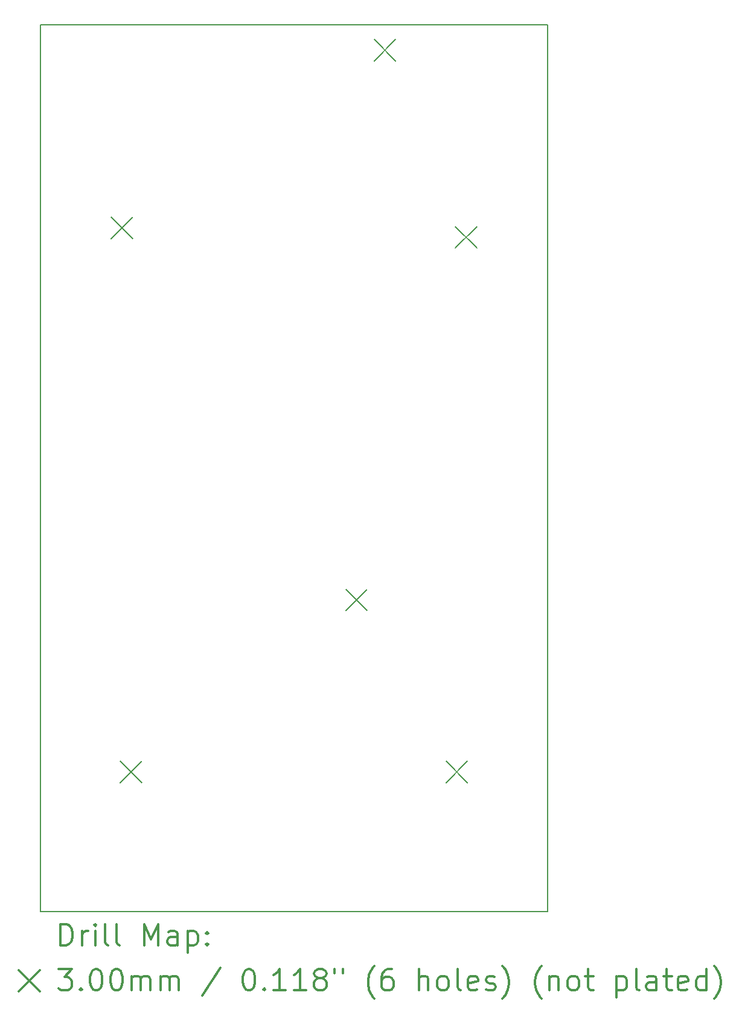
<source format=gbr>
%FSLAX45Y45*%
G04 Gerber Fmt 4.5, Leading zero omitted, Abs format (unit mm)*
G04 Created by KiCad (PCBNEW (5.0.1)-3) date 05/01/2019 12:05:54*
%MOMM*%
%LPD*%
G01*
G04 APERTURE LIST*
%ADD10C,0.150000*%
%ADD11C,0.200000*%
%ADD12C,0.300000*%
G04 APERTURE END LIST*
D10*
X5461000Y-15748000D02*
X5461000Y-3327400D01*
X12573000Y-15748000D02*
X5461000Y-15748000D01*
X12573000Y-3327400D02*
X12573000Y-15748000D01*
X5461000Y-3327400D02*
X12573000Y-3327400D01*
D11*
X6450500Y-6020500D02*
X6750500Y-6320500D01*
X6750500Y-6020500D02*
X6450500Y-6320500D01*
X6577500Y-13640500D02*
X6877500Y-13940500D01*
X6877500Y-13640500D02*
X6577500Y-13940500D01*
X9743500Y-11231500D02*
X10043500Y-11531500D01*
X10043500Y-11231500D02*
X9743500Y-11531500D01*
X11148500Y-13641500D02*
X11448500Y-13941500D01*
X11448500Y-13641500D02*
X11148500Y-13941500D01*
X11278500Y-6151500D02*
X11578500Y-6451500D01*
X11578500Y-6151500D02*
X11278500Y-6451500D01*
X10137000Y-3533000D02*
X10437000Y-3833000D01*
X10437000Y-3533000D02*
X10137000Y-3833000D01*
D12*
X5739928Y-16221214D02*
X5739928Y-15921214D01*
X5811357Y-15921214D01*
X5854214Y-15935500D01*
X5882786Y-15964071D01*
X5897071Y-15992643D01*
X5911357Y-16049786D01*
X5911357Y-16092643D01*
X5897071Y-16149786D01*
X5882786Y-16178357D01*
X5854214Y-16206929D01*
X5811357Y-16221214D01*
X5739928Y-16221214D01*
X6039928Y-16221214D02*
X6039928Y-16021214D01*
X6039928Y-16078357D02*
X6054214Y-16049786D01*
X6068500Y-16035500D01*
X6097071Y-16021214D01*
X6125643Y-16021214D01*
X6225643Y-16221214D02*
X6225643Y-16021214D01*
X6225643Y-15921214D02*
X6211357Y-15935500D01*
X6225643Y-15949786D01*
X6239928Y-15935500D01*
X6225643Y-15921214D01*
X6225643Y-15949786D01*
X6411357Y-16221214D02*
X6382786Y-16206929D01*
X6368500Y-16178357D01*
X6368500Y-15921214D01*
X6568500Y-16221214D02*
X6539928Y-16206929D01*
X6525643Y-16178357D01*
X6525643Y-15921214D01*
X6911357Y-16221214D02*
X6911357Y-15921214D01*
X7011357Y-16135500D01*
X7111357Y-15921214D01*
X7111357Y-16221214D01*
X7382786Y-16221214D02*
X7382786Y-16064071D01*
X7368500Y-16035500D01*
X7339928Y-16021214D01*
X7282786Y-16021214D01*
X7254214Y-16035500D01*
X7382786Y-16206929D02*
X7354214Y-16221214D01*
X7282786Y-16221214D01*
X7254214Y-16206929D01*
X7239928Y-16178357D01*
X7239928Y-16149786D01*
X7254214Y-16121214D01*
X7282786Y-16106929D01*
X7354214Y-16106929D01*
X7382786Y-16092643D01*
X7525643Y-16021214D02*
X7525643Y-16321214D01*
X7525643Y-16035500D02*
X7554214Y-16021214D01*
X7611357Y-16021214D01*
X7639928Y-16035500D01*
X7654214Y-16049786D01*
X7668500Y-16078357D01*
X7668500Y-16164071D01*
X7654214Y-16192643D01*
X7639928Y-16206929D01*
X7611357Y-16221214D01*
X7554214Y-16221214D01*
X7525643Y-16206929D01*
X7797071Y-16192643D02*
X7811357Y-16206929D01*
X7797071Y-16221214D01*
X7782786Y-16206929D01*
X7797071Y-16192643D01*
X7797071Y-16221214D01*
X7797071Y-16035500D02*
X7811357Y-16049786D01*
X7797071Y-16064071D01*
X7782786Y-16049786D01*
X7797071Y-16035500D01*
X7797071Y-16064071D01*
X5153500Y-16565500D02*
X5453500Y-16865500D01*
X5453500Y-16565500D02*
X5153500Y-16865500D01*
X5711357Y-16551214D02*
X5897071Y-16551214D01*
X5797071Y-16665500D01*
X5839928Y-16665500D01*
X5868500Y-16679786D01*
X5882786Y-16694071D01*
X5897071Y-16722643D01*
X5897071Y-16794072D01*
X5882786Y-16822643D01*
X5868500Y-16836929D01*
X5839928Y-16851214D01*
X5754214Y-16851214D01*
X5725643Y-16836929D01*
X5711357Y-16822643D01*
X6025643Y-16822643D02*
X6039928Y-16836929D01*
X6025643Y-16851214D01*
X6011357Y-16836929D01*
X6025643Y-16822643D01*
X6025643Y-16851214D01*
X6225643Y-16551214D02*
X6254214Y-16551214D01*
X6282786Y-16565500D01*
X6297071Y-16579786D01*
X6311357Y-16608357D01*
X6325643Y-16665500D01*
X6325643Y-16736929D01*
X6311357Y-16794072D01*
X6297071Y-16822643D01*
X6282786Y-16836929D01*
X6254214Y-16851214D01*
X6225643Y-16851214D01*
X6197071Y-16836929D01*
X6182786Y-16822643D01*
X6168500Y-16794072D01*
X6154214Y-16736929D01*
X6154214Y-16665500D01*
X6168500Y-16608357D01*
X6182786Y-16579786D01*
X6197071Y-16565500D01*
X6225643Y-16551214D01*
X6511357Y-16551214D02*
X6539928Y-16551214D01*
X6568500Y-16565500D01*
X6582786Y-16579786D01*
X6597071Y-16608357D01*
X6611357Y-16665500D01*
X6611357Y-16736929D01*
X6597071Y-16794072D01*
X6582786Y-16822643D01*
X6568500Y-16836929D01*
X6539928Y-16851214D01*
X6511357Y-16851214D01*
X6482786Y-16836929D01*
X6468500Y-16822643D01*
X6454214Y-16794072D01*
X6439928Y-16736929D01*
X6439928Y-16665500D01*
X6454214Y-16608357D01*
X6468500Y-16579786D01*
X6482786Y-16565500D01*
X6511357Y-16551214D01*
X6739928Y-16851214D02*
X6739928Y-16651214D01*
X6739928Y-16679786D02*
X6754214Y-16665500D01*
X6782786Y-16651214D01*
X6825643Y-16651214D01*
X6854214Y-16665500D01*
X6868500Y-16694071D01*
X6868500Y-16851214D01*
X6868500Y-16694071D02*
X6882786Y-16665500D01*
X6911357Y-16651214D01*
X6954214Y-16651214D01*
X6982786Y-16665500D01*
X6997071Y-16694071D01*
X6997071Y-16851214D01*
X7139928Y-16851214D02*
X7139928Y-16651214D01*
X7139928Y-16679786D02*
X7154214Y-16665500D01*
X7182786Y-16651214D01*
X7225643Y-16651214D01*
X7254214Y-16665500D01*
X7268500Y-16694071D01*
X7268500Y-16851214D01*
X7268500Y-16694071D02*
X7282786Y-16665500D01*
X7311357Y-16651214D01*
X7354214Y-16651214D01*
X7382786Y-16665500D01*
X7397071Y-16694071D01*
X7397071Y-16851214D01*
X7982786Y-16536929D02*
X7725643Y-16922643D01*
X8368500Y-16551214D02*
X8397071Y-16551214D01*
X8425643Y-16565500D01*
X8439928Y-16579786D01*
X8454214Y-16608357D01*
X8468500Y-16665500D01*
X8468500Y-16736929D01*
X8454214Y-16794072D01*
X8439928Y-16822643D01*
X8425643Y-16836929D01*
X8397071Y-16851214D01*
X8368500Y-16851214D01*
X8339928Y-16836929D01*
X8325643Y-16822643D01*
X8311357Y-16794072D01*
X8297071Y-16736929D01*
X8297071Y-16665500D01*
X8311357Y-16608357D01*
X8325643Y-16579786D01*
X8339928Y-16565500D01*
X8368500Y-16551214D01*
X8597071Y-16822643D02*
X8611357Y-16836929D01*
X8597071Y-16851214D01*
X8582786Y-16836929D01*
X8597071Y-16822643D01*
X8597071Y-16851214D01*
X8897071Y-16851214D02*
X8725643Y-16851214D01*
X8811357Y-16851214D02*
X8811357Y-16551214D01*
X8782786Y-16594071D01*
X8754214Y-16622643D01*
X8725643Y-16636929D01*
X9182786Y-16851214D02*
X9011357Y-16851214D01*
X9097071Y-16851214D02*
X9097071Y-16551214D01*
X9068500Y-16594071D01*
X9039928Y-16622643D01*
X9011357Y-16636929D01*
X9354214Y-16679786D02*
X9325643Y-16665500D01*
X9311357Y-16651214D01*
X9297071Y-16622643D01*
X9297071Y-16608357D01*
X9311357Y-16579786D01*
X9325643Y-16565500D01*
X9354214Y-16551214D01*
X9411357Y-16551214D01*
X9439928Y-16565500D01*
X9454214Y-16579786D01*
X9468500Y-16608357D01*
X9468500Y-16622643D01*
X9454214Y-16651214D01*
X9439928Y-16665500D01*
X9411357Y-16679786D01*
X9354214Y-16679786D01*
X9325643Y-16694071D01*
X9311357Y-16708357D01*
X9297071Y-16736929D01*
X9297071Y-16794072D01*
X9311357Y-16822643D01*
X9325643Y-16836929D01*
X9354214Y-16851214D01*
X9411357Y-16851214D01*
X9439928Y-16836929D01*
X9454214Y-16822643D01*
X9468500Y-16794072D01*
X9468500Y-16736929D01*
X9454214Y-16708357D01*
X9439928Y-16694071D01*
X9411357Y-16679786D01*
X9582786Y-16551214D02*
X9582786Y-16608357D01*
X9697071Y-16551214D02*
X9697071Y-16608357D01*
X10139928Y-16965500D02*
X10125643Y-16951214D01*
X10097071Y-16908357D01*
X10082786Y-16879786D01*
X10068500Y-16836929D01*
X10054214Y-16765500D01*
X10054214Y-16708357D01*
X10068500Y-16636929D01*
X10082786Y-16594071D01*
X10097071Y-16565500D01*
X10125643Y-16522643D01*
X10139928Y-16508357D01*
X10382786Y-16551214D02*
X10325643Y-16551214D01*
X10297071Y-16565500D01*
X10282786Y-16579786D01*
X10254214Y-16622643D01*
X10239928Y-16679786D01*
X10239928Y-16794072D01*
X10254214Y-16822643D01*
X10268500Y-16836929D01*
X10297071Y-16851214D01*
X10354214Y-16851214D01*
X10382786Y-16836929D01*
X10397071Y-16822643D01*
X10411357Y-16794072D01*
X10411357Y-16722643D01*
X10397071Y-16694071D01*
X10382786Y-16679786D01*
X10354214Y-16665500D01*
X10297071Y-16665500D01*
X10268500Y-16679786D01*
X10254214Y-16694071D01*
X10239928Y-16722643D01*
X10768500Y-16851214D02*
X10768500Y-16551214D01*
X10897071Y-16851214D02*
X10897071Y-16694071D01*
X10882786Y-16665500D01*
X10854214Y-16651214D01*
X10811357Y-16651214D01*
X10782786Y-16665500D01*
X10768500Y-16679786D01*
X11082786Y-16851214D02*
X11054214Y-16836929D01*
X11039928Y-16822643D01*
X11025643Y-16794072D01*
X11025643Y-16708357D01*
X11039928Y-16679786D01*
X11054214Y-16665500D01*
X11082786Y-16651214D01*
X11125643Y-16651214D01*
X11154214Y-16665500D01*
X11168500Y-16679786D01*
X11182786Y-16708357D01*
X11182786Y-16794072D01*
X11168500Y-16822643D01*
X11154214Y-16836929D01*
X11125643Y-16851214D01*
X11082786Y-16851214D01*
X11354214Y-16851214D02*
X11325643Y-16836929D01*
X11311357Y-16808357D01*
X11311357Y-16551214D01*
X11582786Y-16836929D02*
X11554214Y-16851214D01*
X11497071Y-16851214D01*
X11468500Y-16836929D01*
X11454214Y-16808357D01*
X11454214Y-16694071D01*
X11468500Y-16665500D01*
X11497071Y-16651214D01*
X11554214Y-16651214D01*
X11582786Y-16665500D01*
X11597071Y-16694071D01*
X11597071Y-16722643D01*
X11454214Y-16751214D01*
X11711357Y-16836929D02*
X11739928Y-16851214D01*
X11797071Y-16851214D01*
X11825643Y-16836929D01*
X11839928Y-16808357D01*
X11839928Y-16794072D01*
X11825643Y-16765500D01*
X11797071Y-16751214D01*
X11754214Y-16751214D01*
X11725643Y-16736929D01*
X11711357Y-16708357D01*
X11711357Y-16694071D01*
X11725643Y-16665500D01*
X11754214Y-16651214D01*
X11797071Y-16651214D01*
X11825643Y-16665500D01*
X11939928Y-16965500D02*
X11954214Y-16951214D01*
X11982786Y-16908357D01*
X11997071Y-16879786D01*
X12011357Y-16836929D01*
X12025643Y-16765500D01*
X12025643Y-16708357D01*
X12011357Y-16636929D01*
X11997071Y-16594071D01*
X11982786Y-16565500D01*
X11954214Y-16522643D01*
X11939928Y-16508357D01*
X12482786Y-16965500D02*
X12468500Y-16951214D01*
X12439928Y-16908357D01*
X12425643Y-16879786D01*
X12411357Y-16836929D01*
X12397071Y-16765500D01*
X12397071Y-16708357D01*
X12411357Y-16636929D01*
X12425643Y-16594071D01*
X12439928Y-16565500D01*
X12468500Y-16522643D01*
X12482786Y-16508357D01*
X12597071Y-16651214D02*
X12597071Y-16851214D01*
X12597071Y-16679786D02*
X12611357Y-16665500D01*
X12639928Y-16651214D01*
X12682786Y-16651214D01*
X12711357Y-16665500D01*
X12725643Y-16694071D01*
X12725643Y-16851214D01*
X12911357Y-16851214D02*
X12882786Y-16836929D01*
X12868500Y-16822643D01*
X12854214Y-16794072D01*
X12854214Y-16708357D01*
X12868500Y-16679786D01*
X12882786Y-16665500D01*
X12911357Y-16651214D01*
X12954214Y-16651214D01*
X12982786Y-16665500D01*
X12997071Y-16679786D01*
X13011357Y-16708357D01*
X13011357Y-16794072D01*
X12997071Y-16822643D01*
X12982786Y-16836929D01*
X12954214Y-16851214D01*
X12911357Y-16851214D01*
X13097071Y-16651214D02*
X13211357Y-16651214D01*
X13139928Y-16551214D02*
X13139928Y-16808357D01*
X13154214Y-16836929D01*
X13182786Y-16851214D01*
X13211357Y-16851214D01*
X13539928Y-16651214D02*
X13539928Y-16951214D01*
X13539928Y-16665500D02*
X13568500Y-16651214D01*
X13625643Y-16651214D01*
X13654214Y-16665500D01*
X13668500Y-16679786D01*
X13682786Y-16708357D01*
X13682786Y-16794072D01*
X13668500Y-16822643D01*
X13654214Y-16836929D01*
X13625643Y-16851214D01*
X13568500Y-16851214D01*
X13539928Y-16836929D01*
X13854214Y-16851214D02*
X13825643Y-16836929D01*
X13811357Y-16808357D01*
X13811357Y-16551214D01*
X14097071Y-16851214D02*
X14097071Y-16694071D01*
X14082786Y-16665500D01*
X14054214Y-16651214D01*
X13997071Y-16651214D01*
X13968500Y-16665500D01*
X14097071Y-16836929D02*
X14068500Y-16851214D01*
X13997071Y-16851214D01*
X13968500Y-16836929D01*
X13954214Y-16808357D01*
X13954214Y-16779786D01*
X13968500Y-16751214D01*
X13997071Y-16736929D01*
X14068500Y-16736929D01*
X14097071Y-16722643D01*
X14197071Y-16651214D02*
X14311357Y-16651214D01*
X14239928Y-16551214D02*
X14239928Y-16808357D01*
X14254214Y-16836929D01*
X14282786Y-16851214D01*
X14311357Y-16851214D01*
X14525643Y-16836929D02*
X14497071Y-16851214D01*
X14439928Y-16851214D01*
X14411357Y-16836929D01*
X14397071Y-16808357D01*
X14397071Y-16694071D01*
X14411357Y-16665500D01*
X14439928Y-16651214D01*
X14497071Y-16651214D01*
X14525643Y-16665500D01*
X14539928Y-16694071D01*
X14539928Y-16722643D01*
X14397071Y-16751214D01*
X14797071Y-16851214D02*
X14797071Y-16551214D01*
X14797071Y-16836929D02*
X14768500Y-16851214D01*
X14711357Y-16851214D01*
X14682786Y-16836929D01*
X14668500Y-16822643D01*
X14654214Y-16794072D01*
X14654214Y-16708357D01*
X14668500Y-16679786D01*
X14682786Y-16665500D01*
X14711357Y-16651214D01*
X14768500Y-16651214D01*
X14797071Y-16665500D01*
X14911357Y-16965500D02*
X14925643Y-16951214D01*
X14954214Y-16908357D01*
X14968500Y-16879786D01*
X14982786Y-16836929D01*
X14997071Y-16765500D01*
X14997071Y-16708357D01*
X14982786Y-16636929D01*
X14968500Y-16594071D01*
X14954214Y-16565500D01*
X14925643Y-16522643D01*
X14911357Y-16508357D01*
M02*

</source>
